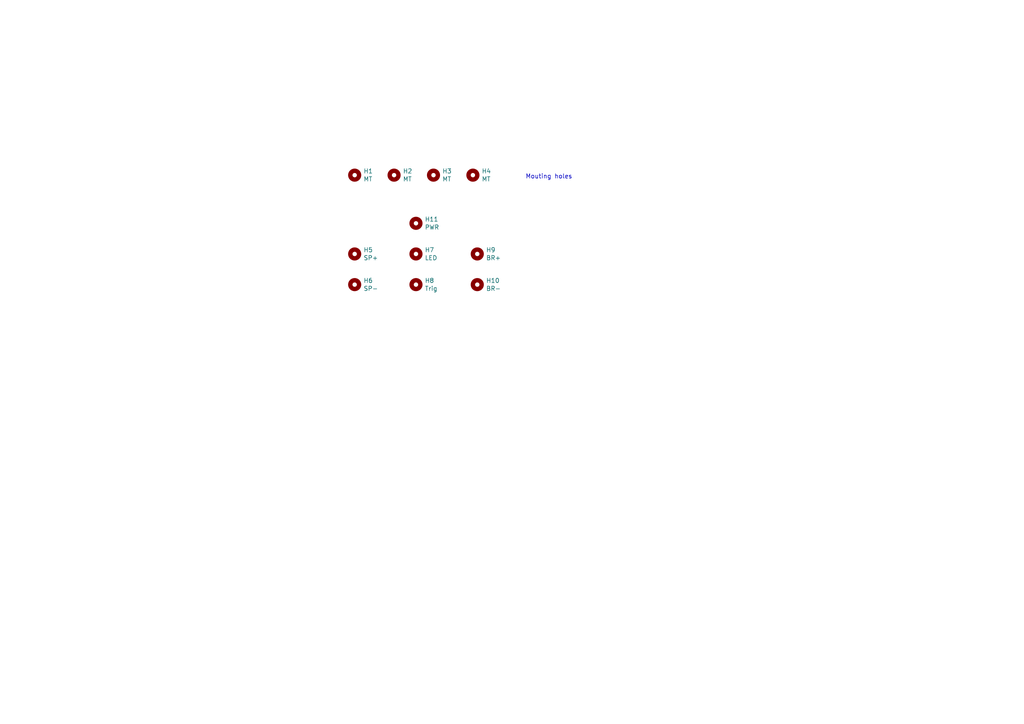
<source format=kicad_sch>
(kicad_sch (version 20211123) (generator eeschema)
  (paper "A4")
  (lib_symbols
    (symbol "Mechanical:MountingHole" (pin_names (offset 1.016))
      (property "Reference" "H" (at 0 5.08 0))
      (property "Value" "MountingHole" (at 0 3.175 0))
      (symbol "MountingHole_0_1"
        (circle (center 0 0) (radius 1.27) (stroke (width 1.27)))
      )
    )
  )
  (text "Mouting holes" (at 152.4 52.07 0) (effects (font (size 1.27 1.27)) (justify left bottom)))
  (symbol (lib_id "Mechanical:MountingHole") (at 102.87 50.8 0) (unit 1)
    (property "Reference" "H1" (at 105.41 49.6316 0) (effects (justify left)))
    (property "Value" "MT" (at 105.41 51.943 0) (effects (justify left)))
    (property "Footprint" "MountingHole:MountingHole_3.2mm_M3" (effects hide))
  )
  (symbol (lib_id "Mechanical:MountingHole") (at 114.3 50.8 0) (unit 1)
    (property "Reference" "H2" (at 116.84 49.6316 0) (effects (justify left)))
    (property "Value" "MT" (at 116.84 51.943 0) (effects (justify left)))
    (property "Footprint" "MountingHole:MountingHole_3.2mm_M3" (effects hide))
  )
  (symbol (lib_id "Mechanical:MountingHole") (at 125.73 50.8 0) (unit 1)
    (property "Reference" "H3" (at 128.27 49.6316 0) (effects (justify left)))
    (property "Value" "MT" (at 128.27 51.943 0) (effects (justify left)))
    (property "Footprint" "MountingHole:MountingHole_3.2mm_M3" (effects hide))
  )
  (symbol (lib_id "Mechanical:MountingHole") (at 137.16 50.8 0) (unit 1)
    (property "Reference" "H4" (at 139.7 49.6316 0) (effects (justify left)))
    (property "Value" "MT" (at 139.7 51.943 0) (effects (justify left)))
    (property "Footprint" "MountingHole:MountingHole_3.2mm_M3" (effects hide))
  )
  (symbol (lib_id "Mechanical:MountingHole") (at 120.65 73.66 0) (unit 1)
    (property "Reference" "H7" (at 123.19 72.4916 0) (effects (justify left)))
    (property "Value" "LED" (at 123.19 74.803 0) (effects (justify left)))
    (property "Footprint" "MountingHole:MountingHole_4.3mm_M4" (effects hide))
  )
  (symbol (lib_id "Mechanical:MountingHole") (at 102.87 73.66 0) (unit 1)
    (property "Reference" "H5" (at 105.41 72.4916 0) (effects (justify left)))
    (property "Value" "SP+" (at 105.41 74.803 0) (effects (justify left)))
    (property "Footprint" "MountingHole:MountingHole_4.3mm_M4" (effects hide))
  )
  (symbol (lib_id "Mechanical:MountingHole") (at 102.87 82.55 0) (unit 1)
    (property "Reference" "H6" (at 105.41 81.3816 0) (effects (justify left)))
    (property "Value" "SP-" (at 105.41 83.693 0) (effects (justify left)))
    (property "Footprint" "MountingHole:MountingHole_4.3mm_M4" (effects hide))
  )
  (symbol (lib_id "Mechanical:MountingHole") (at 120.65 82.55 0) (unit 1)
    (property "Reference" "H8" (at 123.19 81.3816 0) (effects (justify left)))
    (property "Value" "Trig" (at 123.19 83.693 0) (effects (justify left)))
    (property "Footprint" "MountingHole:MountingHole_4.3mm_M4" (effects hide))
  )
  (symbol (lib_id "Mechanical:MountingHole") (at 138.43 73.66 0) (unit 1)
    (property "Reference" "H9" (at 140.97 72.4916 0) (effects (justify left)))
    (property "Value" "BR+" (at 140.97 74.803 0) (effects (justify left)))
    (property "Footprint" "MountingHole:MountingHole_4.3mm_M4" (effects hide))
  )
  (symbol (lib_id "Mechanical:MountingHole") (at 138.43 82.55 0) (unit 1)
    (property "Reference" "H10" (at 140.97 81.3816 0) (effects (justify left)))
    (property "Value" "BR-" (at 140.97 83.693 0) (effects (justify left)))
    (property "Footprint" "MountingHole:MountingHole_4.3mm_M4" (effects hide))
  )
  (symbol (lib_id "Mechanical:MountingHole") (at 120.65 64.77 0) (unit 1)
    (property "Reference" "H11" (at 123.19 63.6016 0) (effects (justify left)))
    (property "Value" "PWR" (at 123.19 65.913 0) (effects (justify left)))
    (property "Footprint" "main_pcb_front:MountingHole_PowerBtn" (effects hide))
  )
)
</source>
